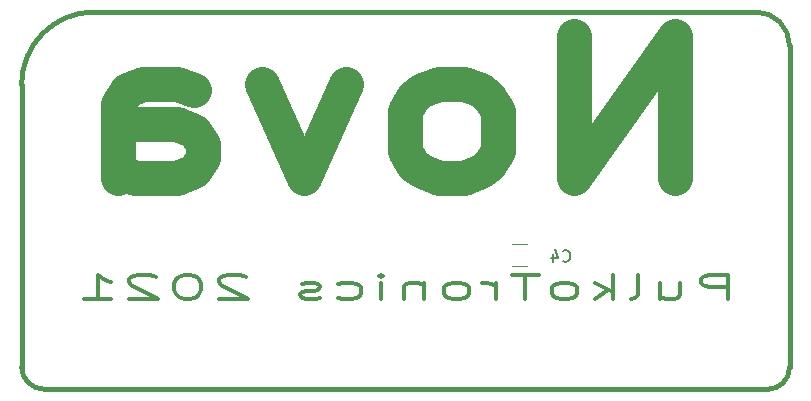
<source format=gbo>
G04 #@! TF.GenerationSoftware,KiCad,Pcbnew,5.0.2+dfsg1-1*
G04 #@! TF.CreationDate,2021-03-03T18:09:01+01:00*
G04 #@! TF.ProjectId,nova,6e6f7661-2e6b-4696-9361-645f70636258,2020*
G04 #@! TF.SameCoordinates,Original*
G04 #@! TF.FileFunction,Legend,Bot*
G04 #@! TF.FilePolarity,Positive*
%FSLAX46Y46*%
G04 Gerber Fmt 4.6, Leading zero omitted, Abs format (unit mm)*
G04 Created by KiCad (PCBNEW 5.0.2+dfsg1-1) date mer. 03 mars 2021 18:09:01 CET*
%MOMM*%
%LPD*%
G01*
G04 APERTURE LIST*
%ADD10C,0.381000*%
%ADD11C,0.304800*%
%ADD12C,3.000000*%
%ADD13C,0.120000*%
%ADD14C,0.150000*%
G04 APERTURE END LIST*
D10*
X112014000Y-68262500D02*
G75*
G02X110172500Y-70104000I-1841500J0D01*
G01*
X48895000Y-70104000D02*
G75*
G02X46990000Y-68199000I0J1905000D01*
G01*
X109156500Y-38163500D02*
G75*
G02X112014000Y-41021000I0J-2857500D01*
G01*
X46990000Y-44323000D02*
G75*
G02X53149500Y-38163500I6159500J0D01*
G01*
D11*
X106771857Y-62450738D02*
X106771857Y-60418738D01*
X105248047Y-60418738D01*
X104867095Y-60515500D01*
X104676619Y-60612261D01*
X104486142Y-60805785D01*
X104486142Y-61096071D01*
X104676619Y-61289595D01*
X104867095Y-61386357D01*
X105248047Y-61483119D01*
X106771857Y-61483119D01*
X101057571Y-61096071D02*
X101057571Y-62450738D01*
X102771857Y-61096071D02*
X102771857Y-62160452D01*
X102581380Y-62353976D01*
X102200428Y-62450738D01*
X101629000Y-62450738D01*
X101248047Y-62353976D01*
X101057571Y-62257214D01*
X98581380Y-62450738D02*
X98962333Y-62353976D01*
X99152809Y-62160452D01*
X99152809Y-60418738D01*
X97057571Y-62450738D02*
X97057571Y-60418738D01*
X96676619Y-61676642D02*
X95533761Y-62450738D01*
X95533761Y-61096071D02*
X97057571Y-61870166D01*
X93248047Y-62450738D02*
X93629000Y-62353976D01*
X93819476Y-62257214D01*
X94009952Y-62063690D01*
X94009952Y-61483119D01*
X93819476Y-61289595D01*
X93629000Y-61192833D01*
X93248047Y-61096071D01*
X92676619Y-61096071D01*
X92295666Y-61192833D01*
X92105190Y-61289595D01*
X91914714Y-61483119D01*
X91914714Y-62063690D01*
X92105190Y-62257214D01*
X92295666Y-62353976D01*
X92676619Y-62450738D01*
X93248047Y-62450738D01*
X90771857Y-60418738D02*
X88486142Y-60418738D01*
X89629000Y-62450738D02*
X89629000Y-60418738D01*
X87152809Y-62450738D02*
X87152809Y-61096071D01*
X87152809Y-61483119D02*
X86962333Y-61289595D01*
X86771857Y-61192833D01*
X86390904Y-61096071D01*
X86009952Y-61096071D01*
X84105190Y-62450738D02*
X84486142Y-62353976D01*
X84676619Y-62257214D01*
X84867095Y-62063690D01*
X84867095Y-61483119D01*
X84676619Y-61289595D01*
X84486142Y-61192833D01*
X84105190Y-61096071D01*
X83533761Y-61096071D01*
X83152809Y-61192833D01*
X82962333Y-61289595D01*
X82771857Y-61483119D01*
X82771857Y-62063690D01*
X82962333Y-62257214D01*
X83152809Y-62353976D01*
X83533761Y-62450738D01*
X84105190Y-62450738D01*
X81057571Y-61096071D02*
X81057571Y-62450738D01*
X81057571Y-61289595D02*
X80867095Y-61192833D01*
X80486142Y-61096071D01*
X79914714Y-61096071D01*
X79533761Y-61192833D01*
X79343285Y-61386357D01*
X79343285Y-62450738D01*
X77438523Y-62450738D02*
X77438523Y-61096071D01*
X77438523Y-60418738D02*
X77629000Y-60515500D01*
X77438523Y-60612261D01*
X77248047Y-60515500D01*
X77438523Y-60418738D01*
X77438523Y-60612261D01*
X73819476Y-62353976D02*
X74200428Y-62450738D01*
X74962333Y-62450738D01*
X75343285Y-62353976D01*
X75533761Y-62257214D01*
X75724238Y-62063690D01*
X75724238Y-61483119D01*
X75533761Y-61289595D01*
X75343285Y-61192833D01*
X74962333Y-61096071D01*
X74200428Y-61096071D01*
X73819476Y-61192833D01*
X72295666Y-62353976D02*
X71914714Y-62450738D01*
X71152809Y-62450738D01*
X70771857Y-62353976D01*
X70581380Y-62160452D01*
X70581380Y-62063690D01*
X70771857Y-61870166D01*
X71152809Y-61773404D01*
X71724238Y-61773404D01*
X72105190Y-61676642D01*
X72295666Y-61483119D01*
X72295666Y-61386357D01*
X72105190Y-61192833D01*
X71724238Y-61096071D01*
X71152809Y-61096071D01*
X70771857Y-61192833D01*
X66009952Y-60612261D02*
X65819476Y-60515500D01*
X65438523Y-60418738D01*
X64486142Y-60418738D01*
X64105190Y-60515500D01*
X63914714Y-60612261D01*
X63724238Y-60805785D01*
X63724238Y-60999309D01*
X63914714Y-61289595D01*
X66200428Y-62450738D01*
X63724238Y-62450738D01*
X61248047Y-60418738D02*
X60867095Y-60418738D01*
X60486142Y-60515500D01*
X60295666Y-60612261D01*
X60105190Y-60805785D01*
X59914714Y-61192833D01*
X59914714Y-61676642D01*
X60105190Y-62063690D01*
X60295666Y-62257214D01*
X60486142Y-62353976D01*
X60867095Y-62450738D01*
X61248047Y-62450738D01*
X61629000Y-62353976D01*
X61819476Y-62257214D01*
X62009952Y-62063690D01*
X62200428Y-61676642D01*
X62200428Y-61192833D01*
X62009952Y-60805785D01*
X61819476Y-60612261D01*
X61629000Y-60515500D01*
X61248047Y-60418738D01*
X58390904Y-60612261D02*
X58200428Y-60515500D01*
X57819476Y-60418738D01*
X56867095Y-60418738D01*
X56486142Y-60515500D01*
X56295666Y-60612261D01*
X56105190Y-60805785D01*
X56105190Y-60999309D01*
X56295666Y-61289595D01*
X58581380Y-62450738D01*
X56105190Y-62450738D01*
X52295666Y-62450738D02*
X54581380Y-62450738D01*
X53438523Y-62450738D02*
X53438523Y-60418738D01*
X53819476Y-60709023D01*
X54200428Y-60902547D01*
X54581380Y-60999309D01*
D12*
X102311428Y-52228071D02*
X102311428Y-40228071D01*
X93740000Y-52228071D01*
X93740000Y-40228071D01*
X84454285Y-52228071D02*
X85882857Y-51656642D01*
X86597142Y-51085214D01*
X87311428Y-49942357D01*
X87311428Y-46513785D01*
X86597142Y-45370928D01*
X85882857Y-44799500D01*
X84454285Y-44228071D01*
X82311428Y-44228071D01*
X80882857Y-44799500D01*
X80168571Y-45370928D01*
X79454285Y-46513785D01*
X79454285Y-49942357D01*
X80168571Y-51085214D01*
X80882857Y-51656642D01*
X82311428Y-52228071D01*
X84454285Y-52228071D01*
X74454285Y-44228071D02*
X70882857Y-52228071D01*
X67311428Y-44228071D01*
X55168571Y-52228071D02*
X55168571Y-45942357D01*
X55882857Y-44799500D01*
X57311428Y-44228071D01*
X60168571Y-44228071D01*
X61597142Y-44799500D01*
X55168571Y-51656642D02*
X56597142Y-52228071D01*
X60168571Y-52228071D01*
X61597142Y-51656642D01*
X62311428Y-50513785D01*
X62311428Y-49370928D01*
X61597142Y-48228071D01*
X60168571Y-47656642D01*
X56597142Y-47656642D01*
X55168571Y-47085214D01*
D10*
X110172500Y-70104000D02*
X48895000Y-70104000D01*
X112014000Y-41021000D02*
X112014000Y-68262500D01*
X53149500Y-38163500D02*
X109156500Y-38163500D01*
X46990000Y-68199000D02*
X46990000Y-44323000D01*
D13*
G04 #@! TO.C,C4*
X88551936Y-59647500D02*
X89756064Y-59647500D01*
X88551936Y-57827500D02*
X89756064Y-57827500D01*
G04 #@! TD*
G04 #@! TO.C,C4*
D14*
X92813166Y-59221642D02*
X92860785Y-59269261D01*
X93003642Y-59316880D01*
X93098880Y-59316880D01*
X93241738Y-59269261D01*
X93336976Y-59174023D01*
X93384595Y-59078785D01*
X93432214Y-58888309D01*
X93432214Y-58745452D01*
X93384595Y-58554976D01*
X93336976Y-58459738D01*
X93241738Y-58364500D01*
X93098880Y-58316880D01*
X93003642Y-58316880D01*
X92860785Y-58364500D01*
X92813166Y-58412119D01*
X91956023Y-58650214D02*
X91956023Y-59316880D01*
X92194119Y-58269261D02*
X92432214Y-58983547D01*
X91813166Y-58983547D01*
G04 #@! TD*
M02*

</source>
